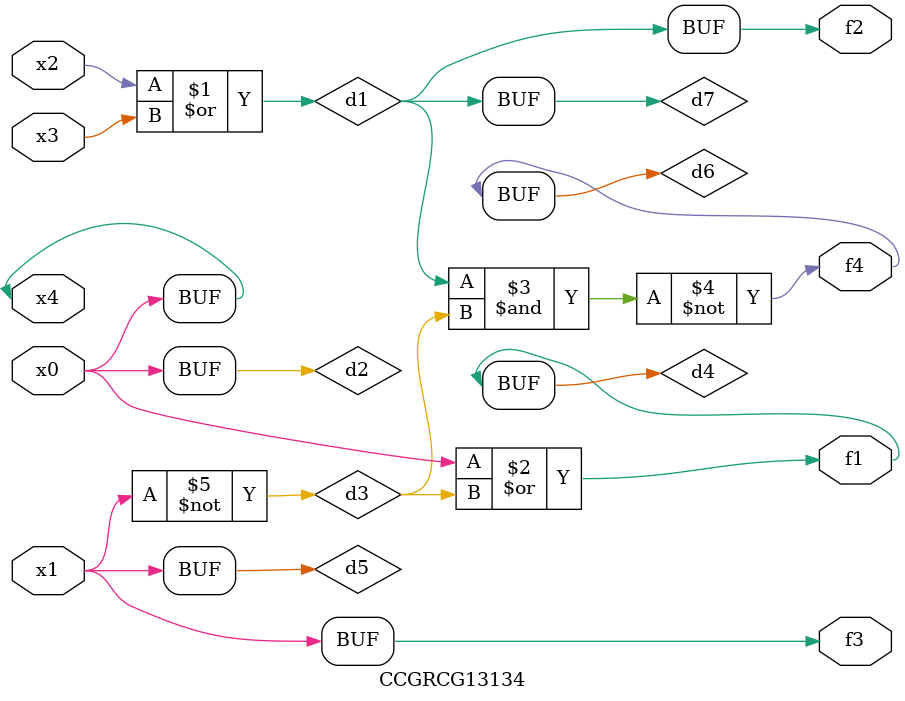
<source format=v>
module CCGRCG13134(
	input x0, x1, x2, x3, x4,
	output f1, f2, f3, f4
);

	wire d1, d2, d3, d4, d5, d6, d7;

	or (d1, x2, x3);
	buf (d2, x0, x4);
	not (d3, x1);
	or (d4, d2, d3);
	not (d5, d3);
	nand (d6, d1, d3);
	or (d7, d1);
	assign f1 = d4;
	assign f2 = d7;
	assign f3 = d5;
	assign f4 = d6;
endmodule

</source>
